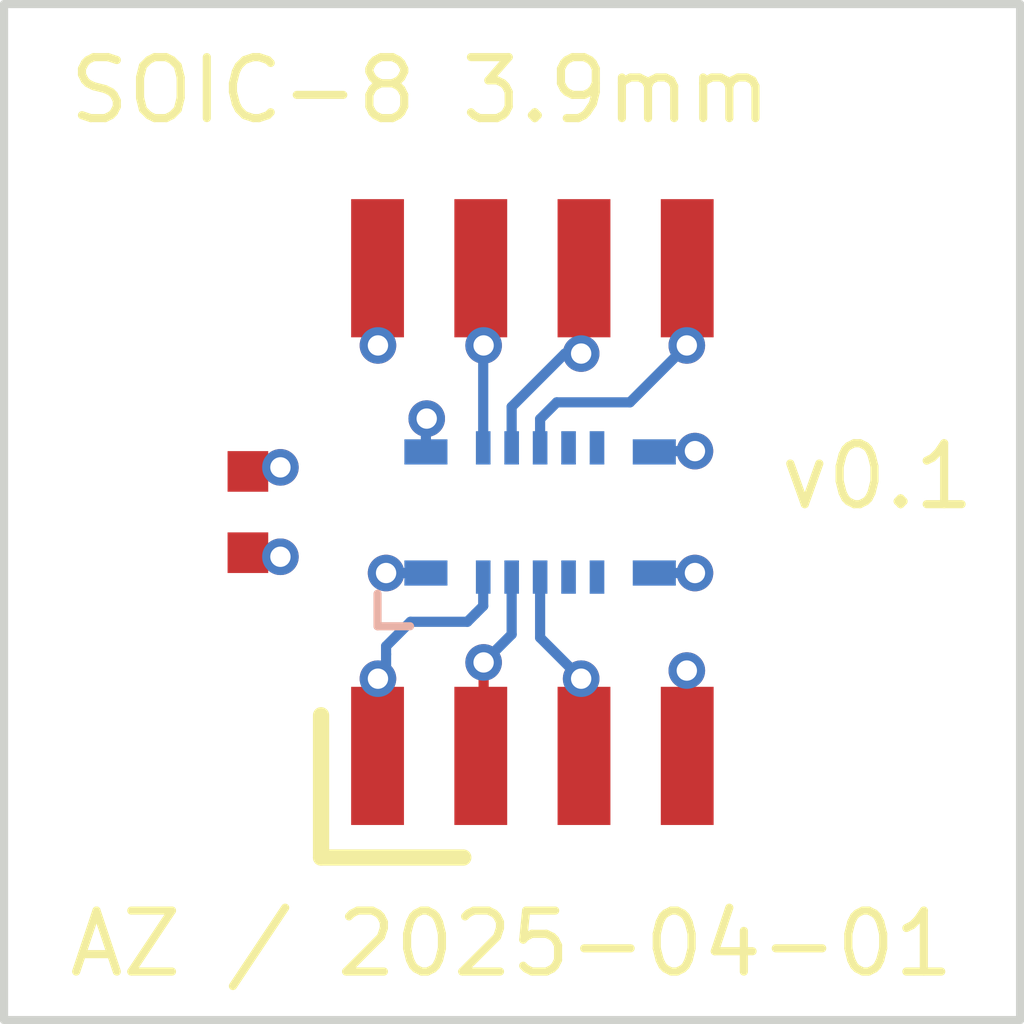
<source format=kicad_pcb>
(kicad_pcb (version 20240108) (generator "pcbnew") (generator_version "8.0")
  (layers (0 "F.Cu" signal) (1 "In1.Cu" signal) (2 "In2.Cu" signal) (31 "B.Cu" signal) (34 "B.Paste" user) (35 "F.Paste" user) (36 "B.SilkS" user "B.Silkscreen") (37 "F.SilkS" user "F.Silkscreen") (38 "B.Mask" user) (39 "F.Mask" user) (44 "Edge.Cuts" user))
  (net 0 "")
  (net 1 "/GND")
  (net 2 "/VCC")
  (net 3 "/DQ3")
  (net 4 "/SCK")
  (net 5 "/DQ2")
  (net 6 "/DQ0")
  (net 7 "/CS_N")
  (net 8 "/DQ1")
  (footprint "azonenberg_pcb:SOIC_8_3.9MM" (layer "F.Cu") (at 81.5 74.25)
    (property "Reference" "U1" (hide yes))
    (property "Value" "W25Q80BV" (hide yes))
    (fp_line (start -2.6 2.5) (end -2.6 4.25) (stroke (width 0.2)) (layer "F.SilkS"))
    (fp_line (start -2.6 4.25) (end -0.85 4.25) (stroke (width 0.2)) (layer "F.SilkS"))
    (pad "1" smd rect (at -1.905 3) (size 0.65 1.7) (layers "F.Cu" "F.Paste" "F.Mask") (net 7 "/CS_N"))
    (pad "2" smd rect (at -0.635 3) (size 0.65 1.7) (layers "F.Cu" "F.Paste" "F.Mask") (net 8 "/DQ1"))
    (pad "3" smd rect (at 0.635 3) (size 0.65 1.7) (layers "F.Cu" "F.Paste" "F.Mask") (net 5 "/DQ2"))
    (pad "4" smd rect (at 1.905 3) (size 0.65 1.7) (layers "F.Cu" "F.Paste" "F.Mask") (net 1 "/GND"))
    (pad "5" smd rect (at 1.905 -3) (size 0.65 1.7) (layers "F.Cu" "F.Paste" "F.Mask") (net 6 "/DQ0"))
    (pad "6" smd rect (at 0.635 -3) (size 0.65 1.7) (layers "F.Cu" "F.Paste" "F.Mask") (net 4 "/SCK"))
    (pad "7" smd rect (at -0.635 -3) (size 0.65 1.7) (layers "F.Cu" "F.Paste" "F.Mask") (net 3 "/DQ3"))
    (pad "8" smd rect (at -1.905 -3) (size 0.65 1.7) (layers "F.Cu" "F.Paste" "F.Mask") (net 2 "/VCC"))
  )
  (footprint "azonenberg_pcb:EIA_0402_CAP_NOSILK" (layer "F.Cu") (at 78 74.25 90)
    (property "Reference" "C1" (hide yes))
    (property "Value" "0.47 uF" (hide yes))
    (pad "1" smd rect (at -0.499999 0 90) (size 0.5 0.5) (layers "F.Cu" "F.Paste" "F.Mask") (net 2 "/VCC"))
    (pad "2" smd rect (at 0.499999 0 90) (size 0.5 0.5) (layers "F.Cu" "F.Paste" "F.Mask") (net 1 "/GND"))
  )
  (footprint "azonenberg_pcb:CONN_AMPHENOL_103R010BB100" (layer "B.Cu") (at 81.595 74.255)
    (property "Reference" "J1" (hide yes))
    (property "Value" "103R010BB100" (hide yes))
    (fp_line (start -2 1) (end -2 1.4) (stroke (width 0.1)) (layer "B.SilkS"))
    (fp_line (start -2 1.4) (end -1.6 1.4) (stroke (width 0.1)) (layer "B.SilkS"))
    (pad "1" smd rect (at -0.7 0.795) (size 0.18 0.41) (layers "B.Cu" "B.Paste" "B.Mask") (net 7 "/CS_N"))
    (pad "2" smd rect (at -0.349999 0.795) (size 0.18 0.41) (layers "B.Cu" "B.Paste" "B.Mask") (net 8 "/DQ1"))
    (pad "3" smd rect (at 0 0.795) (size 0.18 0.41) (layers "B.Cu" "B.Paste" "B.Mask") (net 5 "/DQ2"))
    (pad "4" smd rect (at 0.349999 0.795) (size 0.18 0.41) (layers "B.Cu" "B.Paste" "B.Mask"))
    (pad "5" smd rect (at 0.7 0.795) (size 0.18 0.41) (layers "B.Cu" "B.Paste" "B.Mask"))
    (pad "6" smd rect (at -0.7 -0.795) (size 0.18 0.41) (layers "B.Cu" "B.Paste" "B.Mask") (net 3 "/DQ3"))
    (pad "7" smd rect (at -0.349999 -0.795) (size 0.18 0.41) (layers "B.Cu" "B.Paste" "B.Mask") (net 4 "/SCK"))
    (pad "8" smd rect (at 0 -0.795) (size 0.18 0.41) (layers "B.Cu" "B.Paste" "B.Mask") (net 6 "/DQ0"))
    (pad "9" smd rect (at 0.349999 -0.795) (size 0.18 0.41) (layers "B.Cu" "B.Paste" "B.Mask"))
    (pad "10" smd rect (at 0.7 -0.795) (size 0.18 0.41) (layers "B.Cu" "B.Paste" "B.Mask"))
    (pad "11" smd rect (at -1.405 -0.745001) (size 0.53 0.31) (layers "B.Cu" "B.Paste" "B.Mask") (net 2 "/VCC"))
    (pad "12" smd rect (at -1.405 0.745001) (size 0.53 0.31) (layers "B.Cu" "B.Paste" "B.Mask") (net 2 "/VCC"))
    (pad "13" smd rect (at 1.405 0.745001) (size 0.53 0.31) (layers "B.Cu" "B.Paste" "B.Mask") (net 1 "/GND"))
    (pad "14" smd rect (at 1.405 -0.745001) (size 0.53 0.31) (layers "B.Cu" "B.Paste" "B.Mask") (net 1 "/GND"))
  )
  (gr_line (start 75 80.5) (end 87.5 80.5) (stroke (width 0.1)) (layer "Edge.Cuts"))
  (gr_line (start 75 68) (end 75 80.5) (stroke (width 0.1)) (layer "Edge.Cuts"))
  (gr_line (start 87.5 68) (end 75 68) (stroke (width 0.1)) (layer "Edge.Cuts"))
  (gr_line (start 87.5 80.5) (end 87.5 68) (stroke (width 0.1)) (layer "Edge.Cuts"))
  (gr_text "AZ / 2025-04-01" (at 75.75 80 0) (layer "F.SilkS") (effects (font (size 0.75 0.75) (thickness 0.1)) (justify left bottom)))
  (gr_text "SOIC-8 3.9mm" (at 75.75 69.5 0) (layer "F.SilkS") (effects (font (size 0.75 0.75) (thickness 0.1)) (justify left bottom)))
  (gr_text "v0.1" (at 84.5 74.25 0) (layer "F.SilkS") (effects (font (size 0.75 0.75) (thickness 0.1)) (justify left bottom)))
  (segment (start 78 73.750001) (end 78.349999 73.750001) (width 0.125) (layer "F.Cu") (net 1))
  (segment (start 78.349999 73.750001) (end 78.4 73.7) (width 0.125) (layer "F.Cu") (net 1))
  (segment (start 83.405 76.205) (end 83.4 76.2) (width 0.125) (layer "F.Cu") (net 1))
  (segment (start 83.405 77.25) (end 83.405 76.205) (width 0.125) (layer "F.Cu") (net 1))
  (via (at 78.4 73.7) (size 0.45) (drill 0.25) (layers "F.Cu" "B.Cu") (net 1))
  (via (at 83.5 75) (size 0.45) (drill 0.25) (layers "F.Cu" "B.Cu") (net 1))
  (via (at 83.5 73.5) (size 0.45) (drill 0.25) (layers "F.Cu" "B.Cu") (net 1))
  (via (at 83.4 76.2) (size 0.45) (drill 0.25) (layers "F.Cu" "B.Cu") (net 1))
  (segment (start 83.009999 73.5) (end 83 73.509999) (width 0.125) (layer "B.Cu") (net 1))
  (segment (start 83.5 73.5) (end 83.009999 73.5) (width 0.125) (layer "B.Cu") (net 1))
  (segment (start 83.499999 75.000001) (end 83.5 75) (width 0.125) (layer "B.Cu") (net 1))
  (segment (start 83 75.000001) (end 83.499999 75.000001) (width 0.125) (layer "B.Cu") (net 1))
  (segment (start 79.6 71.255) (end 79.595 71.25) (width 0.125) (layer "F.Cu") (net 2))
  (segment (start 79.6 72.2) (end 79.6 71.255) (width 0.125) (layer "F.Cu") (net 2))
  (segment (start 78.4 74.8) (end 78.050001 74.8) (width 0.125) (layer "F.Cu") (net 2))
  (segment (start 78.050001 74.8) (end 78 74.749999) (width 0.125) (layer "F.Cu") (net 2))
  (via (at 80.2 73.1) (size 0.45) (drill 0.25) (layers "F.Cu" "B.Cu") (net 2))
  (via (at 78.4 74.8) (size 0.45) (drill 0.25) (layers "F.Cu" "B.Cu") (net 2))
  (via (at 79.7 75) (size 0.45) (drill 0.25) (layers "F.Cu" "B.Cu") (net 2))
  (via (at 79.6 72.2) (size 0.45) (drill 0.25) (layers "F.Cu" "B.Cu") (net 2))
  (segment (start 80.19 75.000001) (end 79.700001 75.000001) (width 0.125) (layer "B.Cu") (net 2))
  (segment (start 80.19 73.509999) (end 80.19 73.11) (width 0.125) (layer "B.Cu") (net 2))
  (segment (start 80.19 73.11) (end 80.2 73.1) (width 0.125) (layer "B.Cu") (net 2))
  (segment (start 79.700001 75.000001) (end 79.7 75) (width 0.125) (layer "B.Cu") (net 2))
  (segment (start 80.865 72.165) (end 80.9 72.2) (width 0.125) (layer "F.Cu") (net 3))
  (segment (start 80.865 71.25) (end 80.865 72.165) (width 0.125) (layer "F.Cu") (net 3))
  (via (at 80.9 72.2) (size 0.45) (drill 0.25) (layers "F.Cu" "B.Cu") (net 3))
  (segment (start 80.9 72.2) (end 80.895 72.205) (width 0.125) (layer "B.Cu") (net 3))
  (segment (start 80.895 72.205) (end 80.895 73.46) (width 0.125) (layer "B.Cu") (net 3))
  (segment (start 82.135 71.25) (end 82.135 72.265) (width 0.125) (layer "F.Cu") (net 4))
  (segment (start 82.135 72.265) (end 82.1 72.3) (width 0.125) (layer "F.Cu") (net 4))
  (via (at 82.1 72.3) (size 0.45) (drill 0.25) (layers "F.Cu" "B.Cu") (net 4))
  (segment (start 82.1 72.3) (end 81.9 72.3) (width 0.125) (layer "B.Cu") (net 4))
  (segment (start 81.9 72.3) (end 81.245001 72.954999) (width 0.125) (layer "B.Cu") (net 4))
  (segment (start 81.245001 72.954999) (end 81.245001 73.46) (width 0.125) (layer "B.Cu") (net 4))
  (segment (start 82.1 76.3) (end 82.1 77.215) (width 0.125) (layer "F.Cu") (net 5))
  (segment (start 82.1 77.215) (end 82.135 77.25) (width 0.125) (layer "F.Cu") (net 5))
  (via (at 82.1 76.3) (size 0.45) (drill 0.25) (layers "F.Cu" "B.Cu") (net 5))
  (segment (start 81.595 75.795) (end 82.1 76.3) (width 0.125) (layer "B.Cu") (net 5))
  (segment (start 81.595 75.05) (end 81.595 75.795) (width 0.125) (layer "B.Cu") (net 5))
  (via (at 83.4 72.2) (size 0.45) (drill 0.25) (layers "F.Cu" "B.Cu") (net 6))
  (segment (start 82.7 72.9) (end 83.4 72.2) (width 0.125) (layer "B.Cu") (net 6))
  (segment (start 81.595 73.105) (end 81.8 72.9) (width 0.125) (layer "B.Cu") (net 6))
  (segment (start 81.595 73.46) (end 81.595 73.105) (width 0.125) (layer "B.Cu") (net 6))
  (segment (start 81.8 72.9) (end 82.7 72.9) (width 0.125) (layer "B.Cu") (net 6))
  (segment (start 79.6 76.3) (end 79.6 77.245) (width 0.125) (layer "F.Cu") (net 7))
  (segment (start 79.6 77.245) (end 79.595 77.25) (width 0.125) (layer "F.Cu") (net 7))
  (via (at 79.6 76.3) (size 0.45) (drill 0.25) (layers "F.Cu" "B.Cu") (net 7))
  (segment (start 80.8 75.5) (end 80.7 75.6) (width 0.125) (layer "B.Cu") (net 7))
  (segment (start 80 75.6) (end 79.7 75.9) (width 0.125) (layer "B.Cu") (net 7))
  (segment (start 79.7 76) (end 79.7 76.2) (width 0.125) (layer "B.Cu") (net 7))
  (segment (start 80.895 75.405) (end 80.8 75.5) (width 0.125) (layer "B.Cu") (net 7))
  (segment (start 79.7 75.9) (end 79.7 76) (width 0.125) (layer "B.Cu") (net 7))
  (segment (start 80.7 75.6) (end 80 75.6) (width 0.125) (layer "B.Cu") (net 7))
  (segment (start 80.895 75.05) (end 80.895 75.405) (width 0.125) (layer "B.Cu") (net 7))
  (segment (start 79.7 76.2) (end 79.6 76.3) (width 0.125) (layer "B.Cu") (net 7))
  (segment (start 80.9 76.1) (end 80.9 77.215) (width 0.125) (layer "F.Cu") (net 8))
  (segment (start 80.9 77.215) (end 80.865 77.25) (width 0.125) (layer "F.Cu") (net 8))
  (via (at 80.9 76.1) (size 0.45) (drill 0.25) (layers "F.Cu" "B.Cu") (net 8))
  (segment (start 81.245001 75.754999) (end 80.9 76.1) (width 0.125) (layer "B.Cu") (net 8))
  (segment (start 81.245001 75.05) (end 81.245001 75.754999) (width 0.125) (layer "B.Cu") (net 8))
)
</source>
